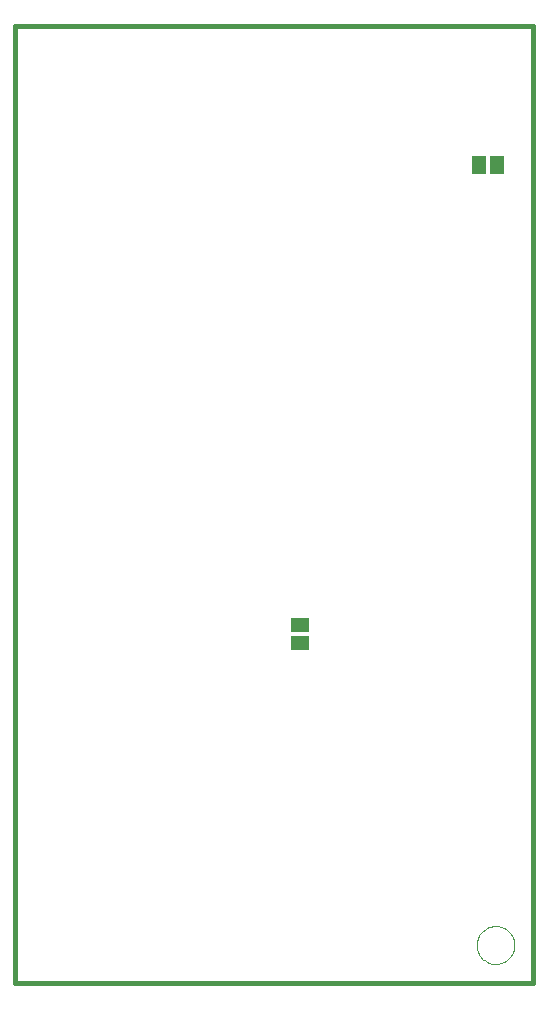
<source format=gtp>
G75*
%MOIN*%
%OFA0B0*%
%FSLAX24Y24*%
%IPPOS*%
%LPD*%
%AMOC8*
5,1,8,0,0,1.08239X$1,22.5*
%
%ADD10C,0.0160*%
%ADD11C,0.0000*%
%ADD12R,0.0460X0.0630*%
%ADD13R,0.0630X0.0460*%
D10*
X001330Y000595D02*
X001330Y032466D01*
X018575Y032466D01*
X018575Y000595D01*
X001330Y000595D01*
D11*
X016700Y001845D02*
X016702Y001895D01*
X016708Y001945D01*
X016718Y001994D01*
X016732Y002042D01*
X016749Y002089D01*
X016770Y002134D01*
X016795Y002178D01*
X016823Y002219D01*
X016855Y002258D01*
X016889Y002295D01*
X016926Y002329D01*
X016966Y002359D01*
X017008Y002386D01*
X017052Y002410D01*
X017098Y002431D01*
X017145Y002447D01*
X017193Y002460D01*
X017243Y002469D01*
X017292Y002474D01*
X017343Y002475D01*
X017393Y002472D01*
X017442Y002465D01*
X017491Y002454D01*
X017539Y002439D01*
X017585Y002421D01*
X017630Y002399D01*
X017673Y002373D01*
X017714Y002344D01*
X017753Y002312D01*
X017789Y002277D01*
X017821Y002239D01*
X017851Y002199D01*
X017878Y002156D01*
X017901Y002112D01*
X017920Y002066D01*
X017936Y002018D01*
X017948Y001969D01*
X017956Y001920D01*
X017960Y001870D01*
X017960Y001820D01*
X017956Y001770D01*
X017948Y001721D01*
X017936Y001672D01*
X017920Y001624D01*
X017901Y001578D01*
X017878Y001534D01*
X017851Y001491D01*
X017821Y001451D01*
X017789Y001413D01*
X017753Y001378D01*
X017714Y001346D01*
X017673Y001317D01*
X017630Y001291D01*
X017585Y001269D01*
X017539Y001251D01*
X017491Y001236D01*
X017442Y001225D01*
X017393Y001218D01*
X017343Y001215D01*
X017292Y001216D01*
X017243Y001221D01*
X017193Y001230D01*
X017145Y001243D01*
X017098Y001259D01*
X017052Y001280D01*
X017008Y001304D01*
X016966Y001331D01*
X016926Y001361D01*
X016889Y001395D01*
X016855Y001432D01*
X016823Y001471D01*
X016795Y001512D01*
X016770Y001556D01*
X016749Y001601D01*
X016732Y001648D01*
X016718Y001696D01*
X016708Y001745D01*
X016702Y001795D01*
X016700Y001845D01*
D12*
X016780Y027845D03*
X017380Y027845D03*
D13*
X010830Y012520D03*
X010830Y011920D03*
M02*

</source>
